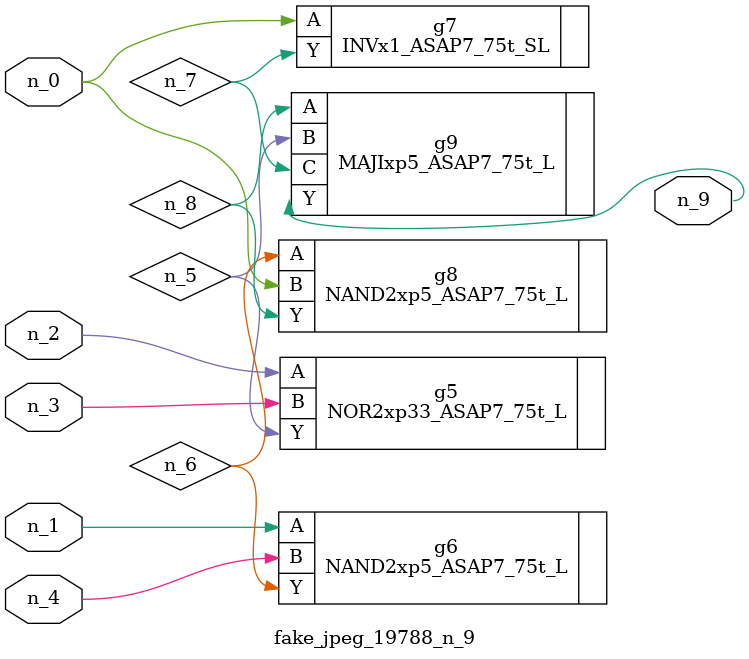
<source format=v>
module fake_jpeg_19788_n_9 (n_3, n_2, n_1, n_0, n_4, n_9);

input n_3;
input n_2;
input n_1;
input n_0;
input n_4;

output n_9;

wire n_8;
wire n_6;
wire n_5;
wire n_7;

NOR2xp33_ASAP7_75t_L g5 ( 
.A(n_2),
.B(n_3),
.Y(n_5)
);

NAND2xp5_ASAP7_75t_L g6 ( 
.A(n_1),
.B(n_4),
.Y(n_6)
);

INVx1_ASAP7_75t_SL g7 ( 
.A(n_0),
.Y(n_7)
);

NAND2xp5_ASAP7_75t_L g8 ( 
.A(n_6),
.B(n_0),
.Y(n_8)
);

MAJIxp5_ASAP7_75t_L g9 ( 
.A(n_8),
.B(n_5),
.C(n_7),
.Y(n_9)
);


endmodule
</source>
